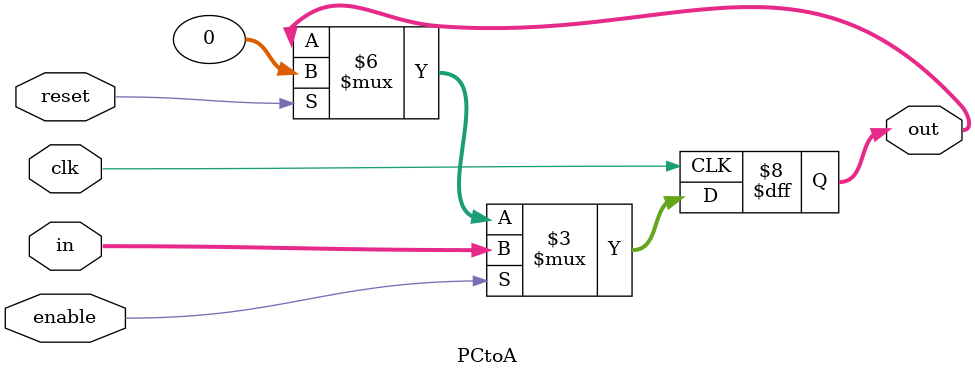
<source format=v>
`timescale 1ns / 1ps
module PCtoA(
    input clk,
    input reset,
    input enable,
    input [31:0]in,
    output [31:0]out
);
    reg [31:0]out;
    always @ (posedge clk) begin
        if(reset)
            out = 32'd0;
        if(enable)
            out = in;
    end
endmodule

</source>
